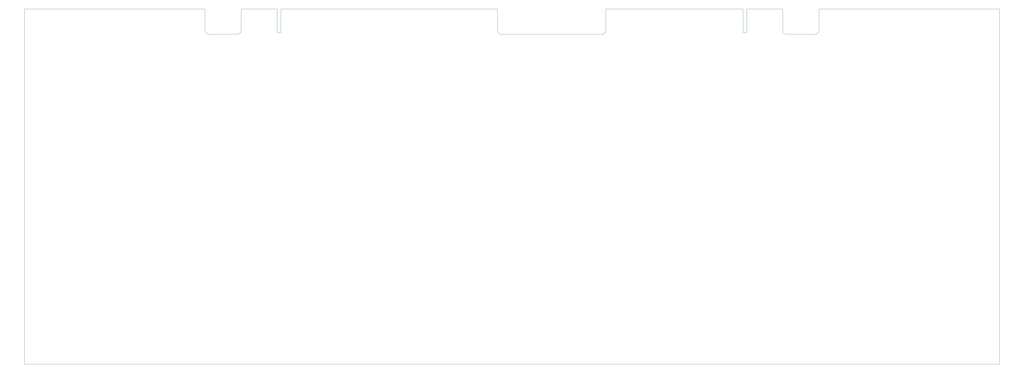
<source format=gbr>
G04 #@! TF.GenerationSoftware,KiCad,Pcbnew,(5.1.5)-3*
G04 #@! TF.CreationDate,2021-05-23T22:41:45-06:00*
G04 #@! TF.ProjectId,Star_wars_EMI,53746172-5f77-4617-9273-5f454d492e6b,rev?*
G04 #@! TF.SameCoordinates,Original*
G04 #@! TF.FileFunction,Profile,NP*
%FSLAX46Y46*%
G04 Gerber Fmt 4.6, Leading zero omitted, Abs format (unit mm)*
G04 Created by KiCad (PCBNEW (5.1.5)-3) date 2021-05-23 22:41:45*
%MOMM*%
%LPD*%
G04 APERTURE LIST*
%ADD10C,0.025400*%
G04 APERTURE END LIST*
D10*
X19685000Y-34925000D02*
X18415000Y-34925000D01*
X19685000Y-160020000D02*
X18415000Y-160020000D01*
X108585000Y-34925000D02*
X184785000Y-34925000D01*
X108585000Y-43180000D02*
X108585000Y-34925000D01*
X107315000Y-34925000D02*
X94615000Y-34925000D01*
X107315000Y-43180000D02*
X107315000Y-34925000D01*
X107315000Y-43180000D02*
X108585000Y-43180000D01*
X271145000Y-34925000D02*
X222885000Y-34925000D01*
X271145000Y-43180000D02*
X271145000Y-34925000D01*
X272415000Y-34925000D02*
X285115000Y-34925000D01*
X272415000Y-43180000D02*
X272415000Y-34925000D01*
X272415000Y-43180000D02*
X271145000Y-43180000D01*
X296545000Y-43815000D02*
G75*
G03X297815000Y-42545000I0J1270000D01*
G01*
X285115000Y-42545000D02*
G75*
G03X286385000Y-43815000I1270000J0D01*
G01*
X361315000Y-160020000D02*
X361315000Y-34925000D01*
X19685000Y-160020000D02*
X361315000Y-160020000D01*
X297815000Y-34925000D02*
X361315000Y-34925000D01*
X297815000Y-42545000D02*
X297815000Y-34925000D01*
X286385000Y-43815000D02*
X296545000Y-43815000D01*
X285115000Y-34925000D02*
X285115000Y-42545000D01*
X221615000Y-43815000D02*
G75*
G03X222885000Y-42545000I0J1270000D01*
G01*
X184785000Y-42545000D02*
G75*
G03X186055000Y-43815000I1270000J0D01*
G01*
X222885000Y-42545000D02*
X222885000Y-34925000D01*
X186055000Y-43815000D02*
X221615000Y-43815000D01*
X184785000Y-34925000D02*
X184785000Y-42545000D01*
X93345000Y-43815000D02*
G75*
G03X94615000Y-42545000I0J1270000D01*
G01*
X81915000Y-42545000D02*
G75*
G03X83185000Y-43815000I1270000J0D01*
G01*
X94615000Y-34925000D02*
X94615000Y-42545000D01*
X83185000Y-43815000D02*
X93345000Y-43815000D01*
X81915000Y-34925000D02*
X81915000Y-42545000D01*
X19685000Y-34925000D02*
X81915000Y-34925000D01*
X18415000Y-34925000D02*
X18415000Y-160020000D01*
M02*

</source>
